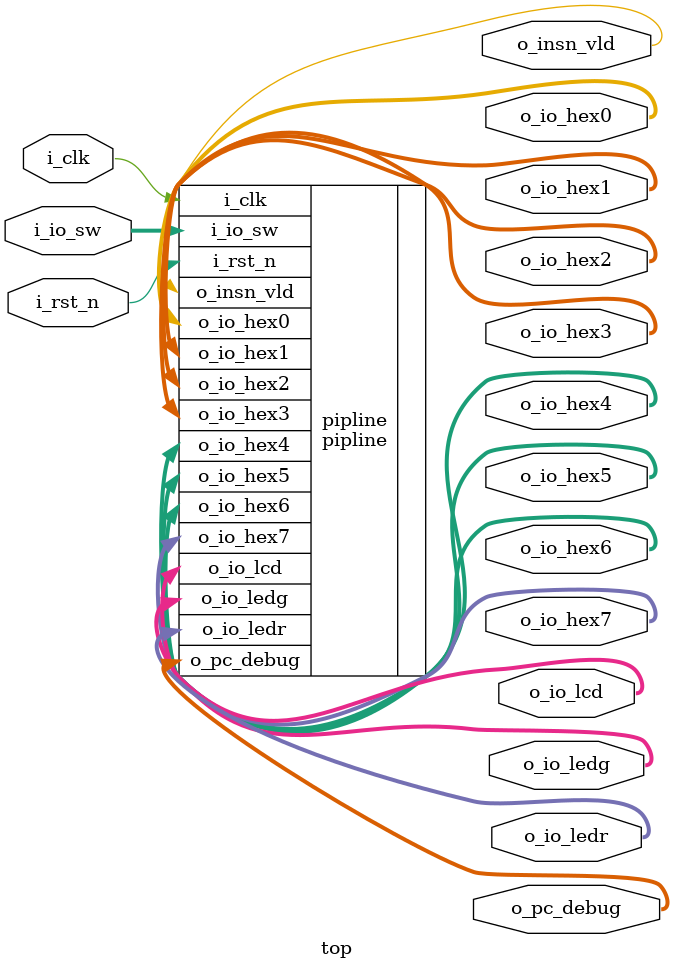
<source format=sv>
/* verilator lint_off UNUSED */
module top(
    input logic i_clk,
    input logic i_rst_n,
    input logic [31:0] i_io_sw,
    // input logic [3:0] i_io_btn,

    output logic o_insn_vld,
    output logic [31:0] o_pc_debug,
    output logic [31:0] o_io_lcd,
    output logic [31:0] o_io_ledg,
    output logic [31:0] o_io_ledr,
    output logic [6:0] 	o_io_hex0,
	output logic [6:0] 	o_io_hex1, 
	output logic [6:0] 	o_io_hex2, 
	output logic [6:0] 	o_io_hex3, 
	output logic [6:0] 	o_io_hex4,  
	output logic [6:0] 	o_io_hex5, 
	output logic [6:0] 	o_io_hex6,
	output logic [6:0] 	o_io_hex7
);

pipline pipline(
    .i_clk(i_clk),
    .i_rst_n(i_rst_n),
    .i_io_sw(i_io_sw),
    // .i_io_btn(i_io_btn),
    .o_insn_vld(o_insn_vld),
    .o_pc_debug(o_pc_debug),
    .o_io_lcd(o_io_lcd),
    .o_io_ledg(o_io_ledg),
    .o_io_ledr(o_io_ledr),
    .o_io_hex0 (o_io_hex0),
    .o_io_hex1 (o_io_hex1),
    .o_io_hex2 (o_io_hex2),
    .o_io_hex3 (o_io_hex3),
    .o_io_hex4 (o_io_hex4),
    .o_io_hex5 (o_io_hex5),
    .o_io_hex6 (o_io_hex6),
    .o_io_hex7 (o_io_hex7)
);

endmodule

</source>
